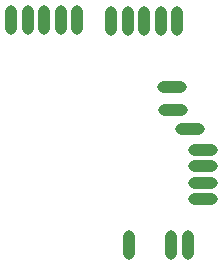
<source format=gbp>
G04 Layer: BottomPasteMaskLayer*
G04 EasyEDA v6.5.40, 2024-02-03 19:01:27*
G04 629f34bd56064ca5b14c1ddf27600c48,2e16165ee3bb4678bfb3015e44e098b9,10*
G04 Gerber Generator version 0.2*
G04 Scale: 100 percent, Rotated: No, Reflected: No *
G04 Dimensions in millimeters *
G04 leading zeros omitted , absolute positions ,4 integer and 5 decimal *
%FSLAX45Y45*%
%MOMM*%

%ADD10O,2.4999949999999997X0.9999979999999999*%
%ADD11O,0.9999979999999999X2.4999949999999997*%

%LPD*%
D10*
G01*
X3499993Y-1434998D03*
G01*
X3359988Y-1280007D03*
G01*
X3354984Y-1085011D03*
D11*
G01*
X2985008Y-2420010D03*
G01*
X3345002Y-2420010D03*
G01*
X3485006Y-2420010D03*
D10*
G01*
X3610000Y-2034997D03*
G01*
X3610000Y-1894992D03*
G01*
X3610000Y-1754987D03*
G01*
X3610000Y-1614982D03*
D11*
G01*
X2550007Y-520014D03*
G01*
X2410002Y-520014D03*
G01*
X2269997Y-520014D03*
G01*
X2129993Y-520014D03*
G01*
X1989988Y-520014D03*
G01*
X3395014Y-524992D03*
G01*
X3255009Y-524992D03*
G01*
X3115005Y-524992D03*
G01*
X2975000Y-524992D03*
G01*
X2834995Y-524992D03*
M02*

</source>
